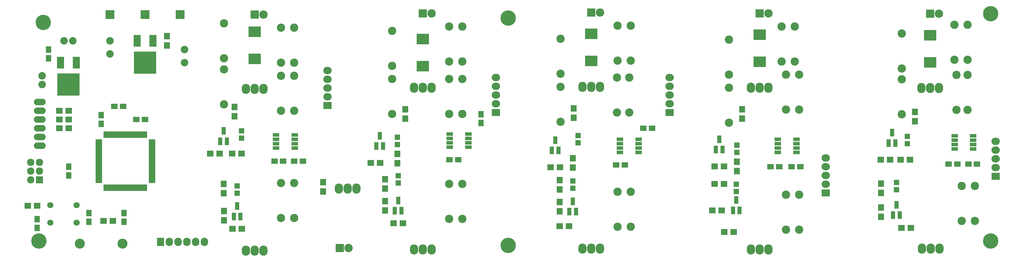
<source format=gts>
G04 #@! TF.FileFunction,Soldermask,Top*
%FSLAX46Y46*%
G04 Gerber Fmt 4.6, Leading zero omitted, Abs format (unit mm)*
G04 Created by KiCad (PCBNEW (2015-08-28 BZR 6132)-product) date Thursday, October 15, 2015 'PMt' 04:36:35 PM*
%MOMM*%
G01*
G04 APERTURE LIST*
%ADD10C,0.100000*%
%ADD11C,2.178000*%
%ADD12R,1.650000X1.900000*%
%ADD13R,1.900000X1.650000*%
%ADD14R,2.127200X2.127200*%
%ADD15O,2.127200X2.127200*%
%ADD16R,1.598880X1.598880*%
%ADD17R,1.900000X0.700000*%
%ADD18R,0.700000X1.900000*%
%ADD19O,3.414980X1.906220*%
%ADD20R,2.635200X2.635200*%
%ADD21R,2.432000X2.127200*%
%ADD22O,2.432000X2.127200*%
%ADD23R,2.127200X2.432000*%
%ADD24O,2.127200X2.432000*%
%ADD25R,2.051000X3.448000*%
%ADD26R,6.496000X6.496000*%
%ADD27R,1.200100X2.200860*%
%ADD28O,2.432000X2.940000*%
%ADD29R,1.700000X1.900000*%
%ADD30R,1.900000X1.700000*%
%ADD31R,3.600000X3.100000*%
%ADD32C,2.398980*%
%ADD33C,1.797000*%
%ADD34R,1.950000X1.000000*%
%ADD35C,2.899360*%
%ADD36R,2.432000X2.432000*%
%ADD37O,2.432000X2.432000*%
%ADD38C,4.464000*%
G04 APERTURE END LIST*
D10*
D11*
X17399000Y-44704000D03*
X17399000Y-47244000D03*
X26289000Y-34544000D03*
X23749000Y-34544000D03*
D12*
X16002000Y-86380000D03*
X16002000Y-88880000D03*
X19304000Y-37104000D03*
X19304000Y-39604000D03*
X30988000Y-87102000D03*
X30988000Y-84602000D03*
X41148000Y-87102000D03*
X41148000Y-84602000D03*
D13*
X38374000Y-53594000D03*
X40874000Y-53594000D03*
D12*
X34544000Y-56154000D03*
X34544000Y-58654000D03*
X25146000Y-73640000D03*
X25146000Y-71140000D03*
D13*
X44724000Y-57404000D03*
X47224000Y-57404000D03*
X92944000Y-69469000D03*
X90444000Y-69469000D03*
X84729000Y-69469000D03*
X87229000Y-69469000D03*
D12*
X144526000Y-58400000D03*
X144526000Y-55900000D03*
D13*
X135402000Y-69088000D03*
X137902000Y-69088000D03*
X194036000Y-59944000D03*
X191536000Y-59944000D03*
X183662000Y-70612000D03*
X186162000Y-70612000D03*
X236962000Y-71120000D03*
X234462000Y-71120000D03*
X228366000Y-71120000D03*
X230866000Y-71120000D03*
X288143000Y-70358000D03*
X285643000Y-70358000D03*
X279928000Y-70358000D03*
X282428000Y-70358000D03*
D14*
X16637000Y-74930000D03*
D15*
X14097000Y-74930000D03*
X16637000Y-72390000D03*
X14097000Y-72390000D03*
X16637000Y-69850000D03*
X14097000Y-69850000D03*
D16*
X75184000Y-62771020D03*
X75184000Y-60672980D03*
X73914000Y-76674980D03*
X73914000Y-78773020D03*
X120269000Y-64676020D03*
X120269000Y-62577980D03*
X120523000Y-73753980D03*
X120523000Y-75852020D03*
X172593000Y-64168020D03*
X172593000Y-62069980D03*
X171069000Y-75277980D03*
X171069000Y-77376020D03*
X218567000Y-66962020D03*
X218567000Y-64863980D03*
X218440000Y-76166980D03*
X218440000Y-78265020D03*
X267970000Y-64422020D03*
X267970000Y-62323980D03*
X264795000Y-75658980D03*
X264795000Y-77757020D03*
D17*
X33829000Y-63469000D03*
X33829000Y-63969000D03*
X33829000Y-64469000D03*
X33829000Y-64969000D03*
X33829000Y-65469000D03*
X33829000Y-65969000D03*
X33829000Y-66469000D03*
X33829000Y-66969000D03*
X33829000Y-67469000D03*
X33829000Y-67969000D03*
X33829000Y-68469000D03*
X33829000Y-68969000D03*
X33829000Y-69469000D03*
X33829000Y-69969000D03*
X33829000Y-70469000D03*
X33829000Y-70969000D03*
X33829000Y-71469000D03*
X33829000Y-71969000D03*
X33829000Y-72469000D03*
X33829000Y-72969000D03*
X33829000Y-73469000D03*
X33829000Y-73969000D03*
X33829000Y-74469000D03*
X33829000Y-74969000D03*
X33829000Y-75469000D03*
D18*
X35529000Y-77169000D03*
X36029000Y-77169000D03*
X36529000Y-77169000D03*
X37029000Y-77169000D03*
X37529000Y-77169000D03*
X38029000Y-77169000D03*
X38529000Y-77169000D03*
X39029000Y-77169000D03*
X39529000Y-77169000D03*
X40029000Y-77169000D03*
X40529000Y-77169000D03*
X41029000Y-77169000D03*
X41529000Y-77169000D03*
X42029000Y-77169000D03*
X42529000Y-77169000D03*
X43029000Y-77169000D03*
X43529000Y-77169000D03*
X44029000Y-77169000D03*
X44529000Y-77169000D03*
X45029000Y-77169000D03*
X45529000Y-77169000D03*
X46029000Y-77169000D03*
X46529000Y-77169000D03*
X47029000Y-77169000D03*
X47529000Y-77169000D03*
D17*
X49229000Y-75469000D03*
X49229000Y-74969000D03*
X49229000Y-74469000D03*
X49229000Y-73969000D03*
X49229000Y-73469000D03*
X49229000Y-72969000D03*
X49229000Y-72469000D03*
X49229000Y-71969000D03*
X49229000Y-71469000D03*
X49229000Y-70969000D03*
X49229000Y-70469000D03*
X49229000Y-69969000D03*
X49229000Y-69469000D03*
X49229000Y-68969000D03*
X49229000Y-68469000D03*
X49229000Y-67969000D03*
X49229000Y-67469000D03*
X49229000Y-66969000D03*
X49229000Y-66469000D03*
X49229000Y-65969000D03*
X49229000Y-65469000D03*
X49229000Y-64969000D03*
X49229000Y-64469000D03*
X49229000Y-63969000D03*
X49229000Y-63469000D03*
D18*
X47529000Y-61769000D03*
X47029000Y-61769000D03*
X46529000Y-61769000D03*
X46029000Y-61769000D03*
X45529000Y-61769000D03*
X45029000Y-61769000D03*
X44529000Y-61769000D03*
X44029000Y-61769000D03*
X43529000Y-61769000D03*
X43029000Y-61769000D03*
X42529000Y-61769000D03*
X42029000Y-61769000D03*
X41529000Y-61769000D03*
X41029000Y-61769000D03*
X40529000Y-61769000D03*
X40029000Y-61769000D03*
X39529000Y-61769000D03*
X39029000Y-61769000D03*
X38529000Y-61769000D03*
X38029000Y-61769000D03*
X37529000Y-61769000D03*
X37029000Y-61769000D03*
X36529000Y-61769000D03*
X36029000Y-61769000D03*
X35529000Y-61769000D03*
D19*
X16764000Y-65024000D03*
X16764000Y-62484000D03*
X16764000Y-59944000D03*
X16764000Y-57404000D03*
X16764000Y-54864000D03*
X16764000Y-52324000D03*
D20*
X57404000Y-26924000D03*
D21*
X100076000Y-53340000D03*
D22*
X100076000Y-50800000D03*
X100076000Y-48260000D03*
X100076000Y-45720000D03*
X100076000Y-43180000D03*
D21*
X199136000Y-55372000D03*
D22*
X199136000Y-52832000D03*
X199136000Y-50292000D03*
X199136000Y-47752000D03*
X199136000Y-45212000D03*
D21*
X293497000Y-73914000D03*
D22*
X293497000Y-71374000D03*
X293497000Y-68834000D03*
X293497000Y-66294000D03*
X293497000Y-63754000D03*
D21*
X148844000Y-55372000D03*
D22*
X148844000Y-52832000D03*
X148844000Y-50292000D03*
X148844000Y-47752000D03*
X148844000Y-45212000D03*
D21*
X244348000Y-78740000D03*
D22*
X244348000Y-76200000D03*
X244348000Y-73660000D03*
X244348000Y-71120000D03*
X244348000Y-68580000D03*
D20*
X37084000Y-26924000D03*
X47244000Y-26924000D03*
D23*
X51689000Y-92964000D03*
D24*
X54229000Y-92964000D03*
X56769000Y-92964000D03*
X59309000Y-92964000D03*
X61849000Y-92964000D03*
X64389000Y-92964000D03*
D25*
X49530000Y-34544000D03*
D26*
X47244000Y-40894000D03*
D25*
X44958000Y-34544000D03*
D27*
X69027000Y-63731140D03*
X70927000Y-63731140D03*
X69977000Y-60728860D03*
D28*
X78994000Y-48514000D03*
X81534000Y-48514000D03*
X76454000Y-48514000D03*
X78994000Y-95504000D03*
X81534000Y-95504000D03*
X76454000Y-95504000D03*
D27*
X72964000Y-85575140D03*
X74864000Y-85575140D03*
X73914000Y-82572860D03*
X114239000Y-65128140D03*
X116139000Y-65128140D03*
X115189000Y-62125860D03*
D28*
X127635000Y-48133000D03*
X130175000Y-48133000D03*
X125095000Y-48133000D03*
X127635000Y-95123000D03*
X130175000Y-95123000D03*
X125095000Y-95123000D03*
D27*
X119573000Y-83924140D03*
X121473000Y-83924140D03*
X120523000Y-80921860D03*
X165039000Y-66398140D03*
X166939000Y-66398140D03*
X165989000Y-63395860D03*
D28*
X176403000Y-47879000D03*
X178943000Y-47879000D03*
X173863000Y-47879000D03*
D27*
X170119000Y-84178140D03*
X172019000Y-84178140D03*
X171069000Y-81175860D03*
D28*
X176403000Y-94869000D03*
X178943000Y-94869000D03*
X173863000Y-94869000D03*
D27*
X212537000Y-66144140D03*
X214437000Y-66144140D03*
X213487000Y-63141860D03*
D28*
X225171000Y-48133000D03*
X227711000Y-48133000D03*
X222631000Y-48133000D03*
D27*
X217490000Y-83797140D03*
X219390000Y-83797140D03*
X218440000Y-80794860D03*
D28*
X225171000Y-95123000D03*
X227711000Y-95123000D03*
X222631000Y-95123000D03*
D27*
X262575000Y-64239140D03*
X264475000Y-64239140D03*
X263525000Y-61236860D03*
D28*
X274574000Y-48260000D03*
X277114000Y-48260000D03*
X272034000Y-48260000D03*
D27*
X263845000Y-85194140D03*
X265745000Y-85194140D03*
X264795000Y-82191860D03*
D28*
X274701000Y-94869000D03*
X277241000Y-94869000D03*
X272161000Y-94869000D03*
D29*
X53594000Y-33194000D03*
X53594000Y-35894000D03*
D30*
X13255000Y-82423000D03*
X15955000Y-82423000D03*
X35226000Y-86868000D03*
X37926000Y-86868000D03*
X22399000Y-59944000D03*
X25099000Y-59944000D03*
X22399000Y-57404000D03*
X25099000Y-57404000D03*
X22399000Y-54864000D03*
X25099000Y-54864000D03*
X72437000Y-67310000D03*
X75137000Y-67310000D03*
X66087000Y-67310000D03*
X68787000Y-67310000D03*
D29*
X73152000Y-53768000D03*
X73152000Y-56468000D03*
X70104000Y-83994000D03*
X70104000Y-86694000D03*
D30*
X75264000Y-89154000D03*
X72564000Y-89154000D03*
D29*
X69977000Y-78820000D03*
X69977000Y-76120000D03*
X120269000Y-70057000D03*
X120269000Y-67357000D03*
D30*
X112569000Y-69977000D03*
X115269000Y-69977000D03*
D29*
X122555000Y-54403000D03*
X122555000Y-57103000D03*
X116713000Y-81073000D03*
X116713000Y-83773000D03*
D30*
X121873000Y-87503000D03*
X119173000Y-87503000D03*
D29*
X116713000Y-77423000D03*
X116713000Y-74723000D03*
D31*
X127635000Y-34023000D03*
X127635000Y-41923000D03*
D29*
X171069000Y-71327000D03*
X171069000Y-68627000D03*
D30*
X164639000Y-71247000D03*
X167339000Y-71247000D03*
D32*
X187833000Y-40259000D03*
X187833000Y-30099000D03*
D29*
X167259000Y-81327000D03*
X167259000Y-84027000D03*
X171323000Y-54149000D03*
X171323000Y-56849000D03*
D30*
X170006000Y-88392000D03*
X167306000Y-88392000D03*
D29*
X167259000Y-77677000D03*
X167259000Y-74977000D03*
D31*
X176403000Y-32499000D03*
X176403000Y-40399000D03*
D29*
X218567000Y-72343000D03*
X218567000Y-69643000D03*
D30*
X212137000Y-70993000D03*
X214837000Y-70993000D03*
X211502000Y-83820000D03*
X214202000Y-83820000D03*
X217631000Y-90043000D03*
X214931000Y-90043000D03*
X212137000Y-76073000D03*
X214837000Y-76073000D03*
D31*
X225171000Y-32753000D03*
X225171000Y-40653000D03*
D30*
X265985000Y-69088000D03*
X268685000Y-69088000D03*
X260270000Y-69088000D03*
X262970000Y-69088000D03*
D29*
X260350000Y-82978000D03*
X260350000Y-85678000D03*
X270129000Y-57865000D03*
X270129000Y-55165000D03*
D30*
X268939000Y-88900000D03*
X266239000Y-88900000D03*
D29*
X260350000Y-78693000D03*
X260350000Y-75993000D03*
D31*
X274574000Y-32880000D03*
X274574000Y-40780000D03*
D33*
X19812000Y-87376000D03*
X19812000Y-82296000D03*
X27432000Y-87376000D03*
X27432000Y-82296000D03*
D25*
X27305000Y-40894000D03*
D26*
X25019000Y-47244000D03*
D25*
X22733000Y-40894000D03*
D34*
X85184000Y-61849000D03*
X85184000Y-63119000D03*
X85184000Y-64389000D03*
X85184000Y-65659000D03*
X90584000Y-65659000D03*
X90584000Y-64389000D03*
X90584000Y-63119000D03*
X90584000Y-61849000D03*
X135476000Y-61595000D03*
X135476000Y-62865000D03*
X135476000Y-64135000D03*
X135476000Y-65405000D03*
X140876000Y-65405000D03*
X140876000Y-64135000D03*
X140876000Y-62865000D03*
X140876000Y-61595000D03*
X184752000Y-63119000D03*
X184752000Y-64389000D03*
X184752000Y-65659000D03*
X184752000Y-66929000D03*
X190152000Y-66929000D03*
X190152000Y-65659000D03*
X190152000Y-64389000D03*
X190152000Y-63119000D03*
X230472000Y-63119000D03*
X230472000Y-64389000D03*
X230472000Y-65659000D03*
X230472000Y-66929000D03*
X235872000Y-66929000D03*
X235872000Y-65659000D03*
X235872000Y-64389000D03*
X235872000Y-63119000D03*
X281653000Y-62103000D03*
X281653000Y-63373000D03*
X281653000Y-64643000D03*
X281653000Y-65913000D03*
X287053000Y-65913000D03*
X287053000Y-64643000D03*
X287053000Y-63373000D03*
X287053000Y-62103000D03*
D35*
X28394660Y-93472000D03*
X40693340Y-93472000D03*
D36*
X78994000Y-26924000D03*
D37*
X81534000Y-26924000D03*
D36*
X127635000Y-26543000D03*
D37*
X130175000Y-26543000D03*
D36*
X176403000Y-26289000D03*
D37*
X178943000Y-26289000D03*
D36*
X225171000Y-26543000D03*
D37*
X227711000Y-26543000D03*
D36*
X274574000Y-26670000D03*
D37*
X277114000Y-26670000D03*
D31*
X78994000Y-31864000D03*
X78994000Y-39764000D03*
D29*
X220091000Y-57103000D03*
X220091000Y-54403000D03*
D36*
X103632000Y-94742000D03*
D37*
X106172000Y-94742000D03*
D28*
X105918000Y-77470000D03*
X108458000Y-77470000D03*
X103378000Y-77470000D03*
D29*
X98806000Y-78312000D03*
X98806000Y-75612000D03*
D11*
X37084000Y-34544000D03*
X37084000Y-38354000D03*
X58674000Y-40894000D03*
X58674000Y-37084000D03*
D32*
X90424000Y-54864000D03*
X90424000Y-44704000D03*
X86614000Y-40894000D03*
X86614000Y-30734000D03*
X86614000Y-85979000D03*
X86614000Y-75819000D03*
X90424000Y-75819000D03*
X90424000Y-85979000D03*
X86614000Y-44704000D03*
X86614000Y-54864000D03*
X70104000Y-42799000D03*
X70104000Y-52959000D03*
X139065000Y-55753000D03*
X139065000Y-45593000D03*
X135255000Y-40513000D03*
X135255000Y-30353000D03*
X139065000Y-86233000D03*
X139065000Y-76073000D03*
X135255000Y-76073000D03*
X135255000Y-86233000D03*
X135255000Y-45593000D03*
X135255000Y-55753000D03*
X139065000Y-40513000D03*
X139065000Y-30353000D03*
X118745000Y-31623000D03*
X118745000Y-41783000D03*
X118745000Y-45593000D03*
X118745000Y-55753000D03*
X187452000Y-55372000D03*
X187452000Y-45212000D03*
X184023000Y-40259000D03*
X184023000Y-30099000D03*
X184023000Y-88519000D03*
X184023000Y-78359000D03*
X187833000Y-78359000D03*
X187833000Y-88519000D03*
X183896000Y-45212000D03*
X183896000Y-55372000D03*
X167513000Y-33909000D03*
X167513000Y-44069000D03*
X167513000Y-47879000D03*
X167513000Y-58039000D03*
X236601000Y-54483000D03*
X236601000Y-44323000D03*
X231521000Y-40513000D03*
X231521000Y-30353000D03*
X232791000Y-89408000D03*
X232791000Y-79248000D03*
X236601000Y-79248000D03*
X236601000Y-89408000D03*
X232791000Y-44323000D03*
X232791000Y-54483000D03*
X235331000Y-40513000D03*
X235331000Y-30353000D03*
X216281000Y-34163000D03*
X216281000Y-44323000D03*
X216281000Y-48133000D03*
X216281000Y-58293000D03*
X285369000Y-54610000D03*
X285369000Y-44450000D03*
X281559000Y-40005000D03*
X281559000Y-29845000D03*
X283718000Y-86868000D03*
X283718000Y-76708000D03*
X287528000Y-76708000D03*
X287528000Y-86868000D03*
X282194000Y-44450000D03*
X282194000Y-54610000D03*
X285369000Y-40005000D03*
X285369000Y-29845000D03*
X266319000Y-32385000D03*
X266319000Y-42545000D03*
X266319000Y-45720000D03*
X266319000Y-55880000D03*
X70104000Y-29464000D03*
X70104000Y-39624000D03*
X90424000Y-40894000D03*
X90424000Y-30734000D03*
D38*
X17780000Y-29210000D03*
X16510000Y-92710000D03*
X292100000Y-92710000D03*
X292100000Y-26670000D03*
X152400000Y-93980000D03*
X152400000Y-27940000D03*
M02*

</source>
